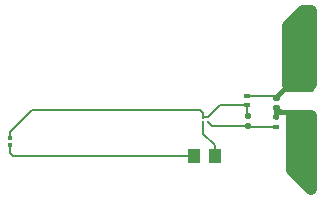
<source format=gbr>
G04 EAGLE Gerber X2 export*
%TF.Part,Single*%
%TF.FileFunction,Copper,L1,Top,Mixed*%
%TF.FilePolarity,Positive*%
%TF.GenerationSoftware,Autodesk,EAGLE,8.6.3*%
%TF.CreationDate,2019-05-07T10:33:16Z*%
G75*
%MOMM*%
%FSLAX34Y34*%
%LPD*%
%AMOC8*
5,1,8,0,0,1.08239X$1,22.5*%
G01*
%ADD10C,0.286200*%
%ADD11R,1.100000X1.250000*%
%ADD12C,0.250000*%
%ADD13R,0.600000X0.400000*%
%ADD14R,0.300000X0.400000*%
%ADD15C,0.406400*%
%ADD16C,1.016000*%
%ADD17C,0.152400*%
%ADD18C,1.270000*%


D10*
X238031Y77969D02*
X241169Y77969D01*
X241169Y75431D01*
X238031Y75431D01*
X238031Y77969D01*
X238031Y86569D02*
X241169Y86569D01*
X241169Y84031D01*
X238031Y84031D01*
X238031Y86569D01*
X262031Y93469D02*
X265169Y93469D01*
X265169Y90931D01*
X262031Y90931D01*
X262031Y93469D01*
X262031Y102069D02*
X265169Y102069D01*
X265169Y99531D01*
X262031Y99531D01*
X262031Y102069D01*
D11*
X211700Y50800D03*
X194700Y50800D03*
D12*
X206200Y83900D03*
X202200Y83900D03*
X202200Y79900D03*
X206200Y79900D03*
D13*
X263800Y84000D03*
X263800Y76000D03*
X239200Y94300D03*
X239200Y102300D03*
D14*
X38100Y60500D03*
X38100Y66500D03*
D15*
X263600Y92200D02*
X267800Y88000D01*
X274000Y88000D01*
X291000Y88000D02*
X293000Y88000D01*
X267800Y88000D02*
X266800Y88000D01*
X263800Y91000D01*
X263800Y84000D01*
X291000Y88000D02*
X296000Y83000D01*
X296000Y28000D02*
X294000Y26000D01*
X291500Y28500D01*
X291000Y29000D02*
X274000Y46000D01*
X274000Y88000D01*
X296000Y83000D02*
X296000Y28000D01*
X291000Y88000D02*
X274000Y88000D01*
D16*
X291500Y77500D02*
X291500Y28500D01*
X291500Y77500D02*
X287000Y82000D01*
X279000Y82000D01*
X279000Y41000D01*
X291000Y29000D01*
X285000Y43000D02*
X285000Y75000D01*
X286000Y76000D01*
X285000Y75000D02*
X277000Y67000D01*
X277000Y39000D01*
X293000Y23000D01*
X293000Y85000D01*
D17*
X262100Y102300D02*
X239200Y102300D01*
X262100Y102300D02*
X263600Y100800D01*
D15*
X270800Y108000D01*
X293000Y108000D01*
X293000Y143000D01*
X291000Y145000D01*
D18*
X291000Y138000D01*
X291000Y116000D01*
X290000Y115000D01*
X278000Y115000D01*
X278000Y141000D01*
X283000Y146000D01*
X285000Y148000D01*
X283000Y146000D02*
X283000Y120000D01*
X283000Y146000D02*
X283000Y151000D01*
X290000Y158000D01*
X291000Y157000D01*
X291000Y145000D01*
X291000Y138000D02*
X284000Y145000D01*
X278000Y145000D01*
X278000Y160000D01*
X281000Y163000D01*
X290000Y163000D01*
X291000Y162000D01*
X291000Y113000D02*
X277000Y113000D01*
X276000Y114000D01*
X291000Y113000D02*
X291000Y162000D01*
D16*
X274000Y161000D02*
X274000Y111000D01*
X274000Y161000D02*
X287000Y174000D01*
X293000Y174000D01*
X293000Y112000D01*
X292000Y111000D01*
D17*
X239600Y76700D02*
X239000Y76700D01*
X209400Y76700D01*
X206200Y79900D01*
X239700Y76000D02*
X263800Y76000D01*
X239700Y76000D02*
X239000Y76700D01*
X206200Y83900D02*
X202200Y83900D01*
X38100Y71100D02*
X38100Y66500D01*
X201736Y83436D02*
X202200Y83900D01*
X45500Y78500D02*
X38100Y71100D01*
X45500Y78500D02*
X50436Y83436D01*
X206200Y83900D02*
X216600Y94300D01*
X239000Y94300D01*
X239200Y94300D01*
X239000Y85900D02*
X239600Y85300D01*
X239000Y85900D02*
X239000Y94300D01*
X201736Y87264D02*
X201736Y83436D01*
X201736Y87264D02*
X199000Y90000D01*
X57000Y90000D02*
X50436Y83436D01*
X57000Y90000D02*
X199000Y90000D01*
X202200Y79900D02*
X202200Y69800D01*
X211700Y60300D02*
X211700Y50800D01*
X211700Y60300D02*
X202200Y69800D01*
X38100Y60500D02*
X38100Y53900D01*
X41200Y50800D02*
X194700Y50800D01*
X41200Y50800D02*
X38100Y53900D01*
M02*

</source>
